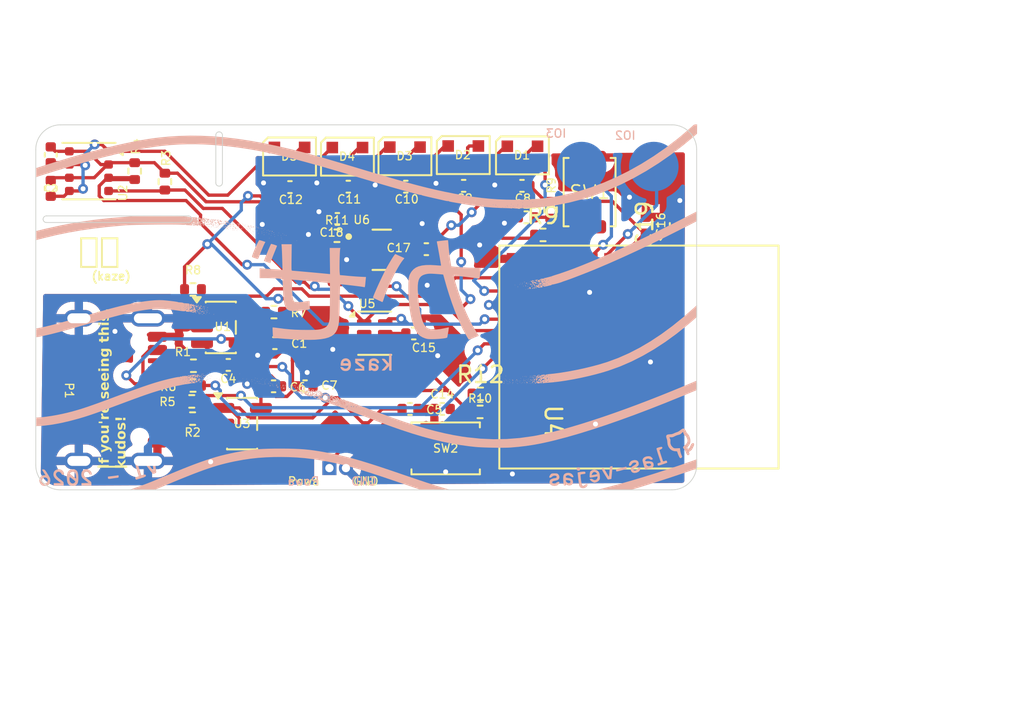
<source format=kicad_pcb>
(kicad_pcb (version 20241229) (generator "pcbnew") (generator_version "9.0")
  (layers (0 "F.Cu" signal) (2 "B.Cu" signal) (13 "F.Paste" user) (15 "B.Paste" user) (5 "F.SilkS" user "F.Silkscreen") (7 "B.SilkS" user "B.Silkscreen") (1 "F.Mask" user) (3 "B.Mask" user) (25 "Edge.Cuts" user))
  (net 0 "")
  (net 1 "+BATT")
  (net 2 "GND")
  (net 3 "+3V3")
  (net 4 "/STAT")
  (net 5 "+5V")
  (net 6 "/D-")
  (net 7 "Net-(P1-D-)")
  (net 8 "/D+")
  (net 9 "Net-(P1-D+)")
  (net 10 "Net-(P1-CC)")
  (net 11 "Net-(P1-VCONN)")
  (net 12 "Net-(D1-DOUT)")
  (net 13 "/LED")
  (net 14 "Net-(D2-DOUT)")
  (net 15 "Net-(D3-DOUT)")
  (net 16 "Net-(D4-DOUT)")
  (net 18 "Net-(U4-IO8)")
  (net 19 "Net-(U1-PROG)")
  (net 25 "/IO3")
  (net 30 "/IO2")
  (net 39 "/boot")
  (net 42 "/SDA")
  (net 43 "/SCL")
  (net 44 "Net-(U6-VDD)")
  (net 45 "/EN")
  (footprint "Capacitor_SMD:C_0402_1005Metric" (layer "F.Cu") (at 157.6096 82.931)
    (property "Reference" "C4")
    (property "Value" "4.7u")
  )
  (footprint "Capacitor_SMD:C_0402_1005Metric" (layer "F.Cu") (at 160.429 81.6102)
    (property "Reference" "C1")
    (property "Value" "4.7u")
  )
  (footprint "Resistor_SMD:R_0402_1005Metric" (layer "F.Cu") (at 172.847 85.7758)
    (property "Reference" "R10")
    (property "Value" "10k")
  )
  (footprint "Capacitor_SMD:C_0402_1005Metric" (layer "F.Cu") (at 160.3502 84.2264)
    (property "Reference" "C6")
    (property "Value" "10u")
  )
  (footprint "Resistor_SMD:R_0402_1005Metric" (layer "F.Cu") (at 155.448 86.1822)
    (property "Reference" "R2")
    (property "Value" "5.1k")
  )
  (footprint "Button_Switch_SMD:SW_Push_SPST_NO_Alps_SKRK" (layer "F.Cu") (at 179.4764 72.4662 -90)
    (property "Reference" "SW1")
    (property "Value" "SW_Push")
  )
  (footprint "LED_SMD:LED_WS2812B-2020_PLCC4_2.0x2.0mm" (layer "F.Cu") (at 175.4112 70.2388)
    (property "Reference" "D1")
    (property "Value" "WS2812B-2020")
  )
  (footprint "Resistor_SMD:R_0402_1005Metric" (layer "F.Cu") (at 155.4714 78.359)
    (property "Reference" "R8")
    (property "Value" "10k")
  )
  (footprint "LED_SMD:LED_WS2812B-2020_PLCC4_2.0x2.0mm" (layer "F.Cu") (at 171.8304 70.2222)
    (property "Reference" "D2")
    (property "Value" "WS2812B-2020")
  )
  (footprint "Capacitor_SMD:C_0402_1005Metric" (layer "F.Cu") (at 171.8538 72.0852 180)
    (property "Reference" "C9")
    (property "Value" "100nf")
  )
  (footprint "Resistor_SMD:R_0402_1005Metric" (layer "F.Cu") (at 151.9428 71.1942 90)
    (property "Reference" "R4")
    (property "Value" "4.7k")
  )
  (footprint "Capacitor_SMD:C_0402_1005Metric" (layer "F.Cu") (at 168.8338 81.026)
    (property "Reference" "C15")
    (property "Value" "1uF")
  )
  (footprint "Capacitor_SMD:C_0402_1005Metric" (layer "F.Cu") (at 182.88 74.4728 90)
    (property "Reference" "C16")
    (property "Value" "100nf")
  )
  (footprint "Connector_USB:USB_C_Receptacle_GCT_USB4105-xx-A_16P_TopMnt_Horizontal" (layer "F.Cu") (at 149.6396 84.4276 -90)
    (property "Reference" "P1")
    (property "Value" "USB_C_Plug_USB2.0")
  )
  (footprint "Resistor_SMD:R_0402_1005Metric" (layer "F.Cu") (at 153.7716 71.8292 90)
    (property "Reference" "R3")
    (property "Value" "4.7k")
  )
  (footprint "Package_TO_SOT_SMD:SOT-23-5" (layer "F.Cu") (at 158.4452 86.487)
    (property "Reference" "U3")
    (property "Value" "AP2112K-3.3")
  )
  (footprint "Package_TO_SOT_SMD:SOT-23-5" (layer "F.Cu") (at 157.1553 80.6602)
    (property "Reference" "U1")
    (property "Value" "MCP73831-2-OT")
  )
  (footprint "Resistor_SMD:R_0402_1005Metric" (layer "F.Cu") (at 155.4988 82.9818)
    (property "Reference" "R1")
    (property "Value" "5.1k")
  )
  (footprint "Capacitor_SMD:C_0402_1005Metric" (layer "F.Cu") (at 170.561 85.598 180)
    (property "Reference" "C14")
    (property "Value" "100nF")
  )
  (footprint "Capacitor_SMD:C_0402_1005Metric" (layer "F.Cu") (at 175.641 73.9902 180)
    (property "Reference" "C13")
    (property "Value" "1uF")
  )
  (footprint "Capacitor_SMD:C_0402_1005Metric" (layer "F.Cu") (at 169.5958 75.9206)
    (property "Reference" "C17")
    (property "Value" "1uF")
  )
  (footprint "RF_Module:ESP32-C6-MINI-1" (layer "F.Cu") (at 179.762 82.4546 -90)
    (property "Reference" "U4")
    (property "Value" "ESP32-C6-MINI-1")
  )
  (footprint "Resistor_SMD:R_0402_1005Metric" (layer "F.Cu") (at 155.3972 85.1408)
    (property "Reference" "R5")
    (property "Value" "22")
  )
  (footprint "LED_SMD:LED_WS2812B-2020_PLCC4_2.0x2.0mm" (layer "F.Cu") (at 164.8194 70.315)
    (property "Reference" "D4")
    (property "Value" "WS2812B-2020")
  )
  (footprint "Capacitor_SMD:C_0402_1005Metric" (layer "F.Cu") (at 175.3844 72.0852 180)
    (property "Reference" "C8")
    (property "Value" "100nf")
  )
  (footprint "LED_SMD:LED_WS2812B-2020_PLCC4_2.0x2.0mm" (layer "F.Cu") (at 168.2992 70.2896)
    (property "Reference" "D3")
    (property "Value" "WS2812B-2020")
  )
  (footprint "Resistor_SMD:R_0402_1005Metric" (layer "F.Cu") (at 160.3736 79.7306 180)
    (property "Reference" "R7")
    (property "Value" "2.4k")
  )
  (footprint "Capacitor_SMD:C_0402_1005Metric" (layer "F.Cu") (at 168.3512 72.136 180)
    (property "Reference" "C10")
    (property "Value" "100nf")
  )
  (footprint "LED_SMD:LED_WS2812B-2020_PLCC4_2.0x2.0mm" (layer "F.Cu") (at 161.3142 70.3072)
    (property "Reference" "D5")
    (property "Value" "WS2812B-2020")
  )
  (footprint "Connector_PinHeader_1.00mm:PinHeader_2x01_P1.00mm_Vertical" (layer "F.Cu") (at 163.7284 89.1794)
    (property "Reference" "J1" (hide yes))
    (property "Value" "Conn_01x02_Pin")
  )
  (footprint "Resistor_SMD:R_0402_1005Metric" (layer "F.Cu") (at 172.8724 84.6836)
    (property "Reference" "R12")
    (property "Value" "10k")
  )
  (footprint "Package_LGA:Bosch_LGA-8_3x3mm_P0.8mm_ClockwisePinNumbering" (layer "F.Cu") (at 149.1742 71.1942 -90)
    (property "Reference" "U2")
    (property "Value" "BME680")
  )
  (footprint "Resistor_SMD:R_0402_1005Metric" (layer "F.Cu") (at 164.1856 75.1078 180)
    (property "Reference" "R11")
    (property "Value" "4.7")
  )
  (footprint "Capacitor_SMD:C_0402_1005Metric" (layer "F.Cu") (at 168.6052 85.598)
    (property "Reference" "C5")
    (property "Value" "10uf")
  )
  (footprint "Resistor_SMD:R_0402_1005Metric" (layer "F.Cu") (at 155.4734 84.1756)
    (property "Reference" "R6")
    (property "Value" "22")
  )
  (footprint "Resistor_SMD:R_0402_1005Metric" (layer "F.Cu") (at 176.657 75.057)
    (property "Reference" "R9")
    (property "Value" "10k")
  )
  (footprint "Button_Switch_SMD:SW_Push_SPST_NO_Alps_SKRK" (layer "F.Cu") (at 170.7642 87.9856)
    (property "Reference" "SW2")
    (property "Value" "SW_Push")
  )
  (footprint "OptoDevice:AMS_TSL25911FN" (layer "F.Cu") (at 166.4691 81.011)
    (property "Reference" "U5")
    (property "Value" "TSL25911FN")
  )
  (footprint "Capacitor_SMD:C_0402_1005Metric" (layer "F.Cu") (at 164.211 74.0918 180)
    (property "Reference" "C18")
    (property "Value" "1uF")
  )
  (footprint "Capacitor_SMD:C_0402_1005Metric" (layer "F.Cu") (at 162.2552 84.2264)
    (property "Reference" "C7")
    (property "Value" "100n")
  )
  (footprint "Resistor_SMD:R_0402_1005Metric" (layer "F.Cu") (at 177.1142 73.533 -90)
    (property "Reference" "R9")
    (property "Value" "10k")
  )
  (footprint "Capacitor_SMD:C_0402_1005Metric" (layer "F.Cu") (at 183.9722 74.4448 90)
    (property "Reference" "C19")
    (property "Value" "22uf")
  )
  (footprint "Capacitor_SMD:C_0402_1005Metric" (layer "F.Cu") (at 164.8714 72.136 180)
    (property "Reference" "C11")
    (property "Value" "100nf")
  )
  (footprint "Capacitor_SMD:C_0402_1005Metric" (layer "F.Cu") (at 161.3408 72.1614 180)
    (property "Reference" "C12")
    (property "Value" "100nf")
  )
  (footprint "SGP40_D_R4:XCDR_SGP40-D-R4" (layer "F.Cu") (at 166.8964 75.9588)
    (property "Reference" "U6")
    (property "Value" "SGP40-D-R4")
  )
  (footprint "Capacitor_SMD:C_0402_1005Metric" (layer "F.Cu") (at 146.8628 72.2376 -90)
    (property "Reference" "C2")
    (property "Value" "100nf")
  )
  (footprint "Capacitor_SMD:C_0402_1005Metric" (layer "F.Cu") (at 146.8628 70.2056 -90)
    (property "Reference" "C3" (hide yes))
    (property "Value" "100nf")
  )
  (footprint "TestPoint:TestPoint_Pad_D3.0mm" (layer "B.Cu") (at 178.9938 70.9168 180)
    (property "Reference" "IO3")
    (property "Value" "TestPoint")
  )
  (footprint "TestPoint:TestPoint_Pad_D3.0mm" (layer "B.Cu") (at 183.3626 70.9168 180)
    (property "Reference" "IO2")
    (property "Value" "TestPoint")
  )
  (footprint "LOGO" (layer "B.Cu") (at 165.9636 79.4258 180)
    (property "Reference" "G***" (hide yes))
    (property "Value" "LOGO" (hide yes))
  )
  (gr_line (start 145.9563 88.998) (end 145.9563 69.8898) (stroke (width 0.05)) (layer "Edge.Cuts"))
  (gr_line (start 156.8522 71.904) (end 156.8522 69.0152) (stroke (width 0.05)) (layer "Edge.Cuts"))
  (gr_line (start 146.6014 73.9065) (end 155.2014 73.9065) (stroke (width 0.05)) (layer "Edge.Cuts"))
  (gr_line (start 185.9563 69.8898) (end 185.9563 88.998) (stroke (width 0.05)) (layer "Edge.Cuts"))
  (gr_arc (start 145.9563 69.8898) (mid 146.39564 68.82914) (end 147.4563 68.3898) (stroke (width 0.05)) (layer "Edge.Cuts"))
  (gr_arc (start 156.8522 69.0152) (mid 156.910779 68.873779) (end 157.0522 68.8152) (stroke (width 0.05)) (layer "Edge.Cuts"))
  (gr_arc (start 146.4014 74.1065) (mid 146.459979 73.965079) (end 146.6014 73.9065) (stroke (width 0.05)) (layer "Edge.Cuts"))
  (gr_arc (start 155.4014 74.1065) (mid 155.342821 74.247921) (end 155.2014 74.3065) (stroke (width 0.05)) (layer "Edge.Cuts"))
  (gr_arc (start 157.2522 71.904) (mid 157.193621 72.045421) (end 157.0522 72.104) (stroke (width 0.05)) (layer "Edge.Cuts"))
  (gr_line (start 184.4563 90.498) (end 147.4563 90.498) (stroke (width 0.05)) (layer "Edge.Cuts"))
  (gr_arc (start 147.4563 90.498) (mid 146.39564 90.05866) (end 145.9563 88.998) (stroke (width 0.05)) (layer "Edge.Cuts"))
  (gr_line (start 155.2014 74.3065) (end 146.6014 74.3065) (stroke (width 0.05)) (layer "Edge.Cuts"))
  (gr_arc (start 157.0522 68.8152) (mid 157.193621 68.873779) (end 157.2522 69.0152) (stroke (width 0.05)) (layer "Edge.Cuts"))
  (gr_arc (start 185.9563 88.998) (mid 185.51696 90.05866) (end 184.4563 90.498) (stroke (width 0.05)) (layer "Edge.Cuts"))
  (gr_arc (start 184.4563 68.3898) (mid 185.51696 68.82914) (end 185.9563 69.8898) (stroke (width 0.05)) (layer "Edge.Cuts"))
  (gr_arc (start 146.6014 74.3065) (mid 146.459979 74.247921) (end 146.4014 74.1065) (stroke (width 0.05)) (layer "Edge.Cuts"))
  (gr_line (start 147.4563 68.3898) (end 184.4563 68.3898) (stroke (width 0.05)) (layer "Edge.Cuts"))
  (gr_arc (start 155.2014 73.9065) (mid 155.342821 73.965079) (end 155.4014 74.1065) (stroke (width 0.05)) (layer "Edge.Cuts"))
  (gr_arc (start 157.0522 72.104) (mid 156.910779 72.045421) (end 156.8522 71.904) (stroke (width 0.05)) (layer "Edge.Cuts"))
  (gr_line (start 157.2522 69.0152) (end 157.2522 71.904) (stroke (width 0.05)) (layer "Edge.Cuts"))
  (gr_text "If you're seeing this, \nkudos!" (at 151.4856 89.2302 90) (layer "F.SilkS") (effects (font (size 0.6 0.6) (thickness 0.15) (bold yes)) (justify left bottom)))
  (gr_text "かぜ" (at 148.5392 76.9366 0) (layer "F.SilkS") (effects (font (size 1.5 1.5) (thickness 0.3) (bold yes)) (justify left bottom)))
  (gr_text "(kaze)" (at 149.2758 77.851 0) (layer "F.SilkS") (effects (font (size 0.5 0.5) (thickness 0.1) (bold yes)) (justify left bottom)))
  (segment (start 165.735 86.4362) (end 166.084 86.4362) (width 0.2) (layer "F.Cu") (net 1))
  (segment (start 163.9316 84.9218) (end 164.2206 84.9218) (width 0.2) (layer "F.Cu") (net 1))
  (segment (start 168.1252 85.598) (end 166.9222 85.598) (width 0.2) (layer "F.Cu") (net 1))
  (segment (start 157.7406 83.542) (end 158.4438 83.542) (width 0.2) (layer "F.Cu") (net 1))
  (segment (start 157.1296 82.931) (end 157.7406 83.542) (width 0.2) (layer "F.Cu") (net 1))
  (segment (start 157.662168 85.537) (end 158.2712 86.146032) (width 0.2) (layer "F.Cu") (net 1))
  (segment (start 163.7284 88.7918) (end 166.084 86.4362) (width 0.2) (layer "F.Cu") (net 1))
  (segment (start 163.7284 89.1794) (end 163.7284 88.7918) (width 0.2) (layer "F.Cu") (net 1))
  (segment (start 163.4744 84.9218) (end 163.9316 84.9218) (width 0.2) (layer "F.Cu") (net 1))
  (segment (start 157.970199 87.437) (end 157.3077 87.437) (width 0.2) (layer "F.Cu") (net 1))
  (segment (start 166.9222 85.598) (end 166.084 86.4362) (width 0.2) (layer "F.Cu") (net 1))
  (segment (start 164.2206 84.9218) (end 165.735 86.4362) (width 0.2) (layer "F.Cu") (net 1))
  (segment (start 158.4438 83.542) (end 158.9532 83.0326) (width 0.2) (layer "F.Cu") (net 1))
  (segment (start 158.9532 83.0326) (end 160.857204 83.0326) (width 0.2) (layer "F.Cu") (net 1))
  (segment (start 157.3077 85.537) (end 157.662168 85.537) (width 0.2) (layer "F.Cu") (net 1))
  (segment (start 157.1296 82.931) (end 157.1296 82.722) (width 0.2) (layer "F.Cu") (net 1))
  (segment (start 158.2712 86.146032) (end 158.2712 87.135999) (width 0.2) (layer "F.Cu") (net 1))
  (segment (start 158.278232 85.537) (end 158.879232 86.138) (width 0.2) (layer "F.Cu") (net 1))
  (segment (start 157.1296 82.722) (end 156.0178 81.6102) (width 0.2) (layer "F.Cu") (net 1))
  (segment (start 157.3077 85.537) (end 158.278232 85.537) (width 0.2) (layer "F.Cu") (net 1))
  (segment (start 158.2712 87.135999) (end 157.970199 87.437) (width 0.2) (layer "F.Cu") (net 1))
  (segment (start 162.7154 86.138) (end 163.9316 84.9218) (width 0.2) (layer "F.Cu") (net 1))
  (segment (start 158.879232 86.138) (end 162.7154 86.138) (width 0.2) (layer "F.Cu") (net 1))
  (segment (start 160.857204 83.0326) (end 160.874432 83.049828) (width 0.2) (layer "F.Cu") (net 1))
  (via (at 160.874432 83.049828) (size 0.6) (drill 0.3) (layers "F.Cu" "B.Cu") (net 1))
  (via (at 163.4744 84.9218) (size 0.6) (drill 0.3) (layers "F.Cu" "B.Cu") (net 1))
  (segment (start 162.052 84.9218) (end 161.349404 84.219204) (width 0.2) (layer "B.Cu") (net 1))
  (segment (start 161.349404 84.219204) (end 161.349404 83.5248) (width 0.2) (layer "B.Cu") (net 1))
  (segment (start 161.349404 83.5248) (end 160.874432 83.049828) (width 0.2) (layer "B.Cu") (net 1))
  (segment (start 163.4744 84.9218) (end 162.052 84.9218) (width 0.2) (layer "B.Cu") (net 1))
  (segment (start 167.6964 76.7588) (end 166.8964 75.9588) (width 0.2) (layer "F.Cu") (net 2))
  (segment (start 160.3992 70.8572) (end 160.3992 71.6998) (width 0.2) (layer "F.Cu") (net 2))
  (segment (start 155.958 88.2162) (end 156.5402 88.7984) (width 0.2) (layer "F.Cu") (net 2))
  (segment (start 162.3822 83.8734) (end 162.7352 84.2264) (width 0.2) (layer "F.Cu") (net 2))
  (segment (start 164.7698 76.1238) (end 164.9348 75.9588) (width 0.2) (layer "F.Cu") (net 2))
  (segment (start 155.958 86.1822) (end 155.958 88.2162) (width 0.2) (layer "F.Cu") (net 2))
  (segment (start 169.6466 78.105) (end 169.6466 77.6986) (width 0.2) (layer "F.Cu") (net 2))
  (segment (start 167.3842 71.649) (end 167.8712 72.136) (width 0.2) (layer "F.Cu") (net 2))
  (segment (start 150.3617 69.9942) (end 153.7717 69.9942) (width 0.2) (layer "F.Cu") (net 2))
  (segment (start 160.909 82.042) (end 160.909 81.6102) (width 0.2) (layer "F.Cu") (net 2))
  (segment (start 175.9524 79.2546) (end 175.9712 79.2734) (width 0.2) (layer "F.Cu") (net 2))
  (segment (start 174.4962 70.7888) (end 174.4962 71.677) (width 0.2) (layer "F.Cu") (net 2))
  (segment (start 159.2422 83.5914) (end 158.75 84.0836) (width 0.2) (layer "F.Cu") (net 2))
  (segment (start 160.909 79.756) (end 160.8836 79.7306) (width 0.2) (layer "F.Cu") (net 2))
  (segment (start 170.9154 70.7722) (end 170.9154 71.6268) (width 0.2) (layer "F.Cu") (net 2))
  (segment (start 149.946185 69.578685) (end 150.3617 69.9942) (width 0.2) (layer "F.Cu") (net 2))
  (segment (start 168.7068 76.7588) (end 168.0464 76.7588) (width 0.2) (layer "F.Cu") (net 2))
  (segment (start 174.862 79.2546) (end 173.4246 79.2546) (width 0.2) (layer "F.Cu") (net 2))
  (segment (start 154.2546 81.2276) (end 153.3196 81.2276) (width 0.2) (layer "F.Cu") (net 2))
  (segment (start 157.3077 86.487) (end 156.2628 86.487) (width 0.2) (layer "F.Cu") (net 2))
  (segment (start 148.8992 70.7942) (end 148.9456 70.8406) (width 0.2) (layer "F.Cu") (net 2))
  (segment (start 157.5762 72.6494) (end 159.3684 70.8572) (width 0.2) (layer "F.Cu") (net 2))
  (segment (start 159.3684 70.8572) (end 160.3992 70.8572) (width 0.2) (layer "F.Cu") (net 2))
  (segment (start 167.3842 70.8396) (end 167.3842 71.649) (width 0.2) (layer "F.Cu") (net 2))
  (segment (start 174.862 76.5546) (end 174.812 76.5046) (width 0.2) (layer "F.Cu") (net 2))
  (segment (start 148.6874 72.3942) (end 148.8186 72.263) (width 0.2) (layer "F.Cu") (net 2))
  (segment (start 163.535528 74.0918) (end 163.094128 73.6504) (width 0.2) (layer "F.Cu") (net 2))
  (segment (start 169.6466 77.6986) (end 168.7068 76.7588) (width 0.2) (layer "F.Cu") (net 2))
  (segment (start 153.7717 69.9942) (end 156.4269 72.6494) (width 0.2) (layer "F.Cu") (net 2))
  (segment (start 147.9867 70.7942) (end 148.8992 70.7942) (width 0.2) (layer "F.Cu") (net 2))
  (segment (start 175.762 77.2608) (end 176.2506 77.7494) (width 0.2) (layer "F.Cu") (net 2))
  (segment (start 159.4866 82.4484) (end 160.5026 82.4484) (width 0.2) (layer "F.Cu") (net 2))
  (segment (start 163.9044 71.649) (end 164.3914 72.136) (width 0.2) (layer "F.Cu") (net 2))
  (segment (start 175.762 76.5546) (end 174.862 76.5546) (width 0.2) (layer "F.Cu") (net 2))
  (segment (start 160.8302 84.2264) (end 160.1952 83.5914) (width 0.2) (layer "F.Cu") (net 2))
  (segment (start 156.2628 86.487) (end 155.958 86.1822) (width 0.2) (layer "F.Cu") (net 2))
  (segment (start 146.8628 70.6856) (end 147.8781 70.6856) (width 0.2) (layer "F.Cu") (net 2))
  (segment (start 174.812 89.5258) (end 174.8028 89.535) (width 0.2) (layer "F.Cu") (net 2))
  (segment (start 175.762 76.5546) (end 175.762 77.2608) (width 0.2) (layer "F.Cu") (net 2))
  (segment (start 149.521715 69.578685) (end 149.946185 69.578685) (width 0.2) (layer "F.Cu") (net 2))
  (segment (start 164.9348 75.9588) (end 165.7464 75.9588) (width 0.2) (layer "F.Cu") (net 2))
  (segment (start 165.7464 75.9588) (end 166.8964 75.9588) (width 0.2) (layer "F.Cu") (net 2))
  (segment (start 173.4246 79.2546) (end 173.3804 79.2988) (width 0.2) (layer "F.Cu") (net 2))
  (segment (start 170.9154 71.6268) (end 171.3738 72.0852) (width 0.2) (layer "F.Cu") (net 2))
  (segment (start 160.3992 71.6998) (end 160.8608 72.1614) (width 0.2) (layer "F.Cu") (net 2))
  (segment (start 174.862 79.2546) (end 175.9524 79.2546) (width 0.2) (layer "F.Cu") (net 2))
  (segment (start 159.385 82.3468) (end 159.4866 82.4484) (width 0.2) (layer "F.Cu") (net 2))
  (segment (start 163.9044 70.865) (end 163.9044 71.649) (width 0.2) (layer "F.Cu") (net 2))
  (segment (start 160.5026 82.4484) (end 160.909 82.042) (width 0.2) (layer "F.Cu") (net 2))
  (segment (start 156.4269 72.6494) (end 157.5762 72.6494) (width 0.2) (layer "F.Cu") (net 2))
  (segment (start 174.4962 71.677) (end 174.9044 72.0852) (width 0.2) (layer "F.Cu") (net 2))
  (segment (start 158.6738 82.3468) (end 159.385 82.3468) (width 0.2) (layer "F.Cu") (net 2))
  (segment (start 164.7698 76.5556) (end 164.7698 76.1238) (width 0.2) (layer "F.Cu") (net 2))
  (segment (start 175.161 73.9902) (end 174.6758 73.9902) (width 0.2) (layer "F.Cu") (net 2))
  (segment (start 147.9867 72.3942) (end 148.6874 72.3942) (width 0.2) (layer "F.Cu") (net 2))
  (segment (start 160.909 81.6102) (end 160.909 79.756) (width 0.2) (layer "F.Cu") (net 2))
  (segment (start 158.0896 82.931) (end 158.6738 82.3468) (width 0.2) (layer "F.Cu") (net 2))
  (segment (start 156.0088 82.9818) (end 154.2546 81.2276) (width 0.2) (layer "F.Cu") (net 2))
  (segment (start 162.3822 83.3882) (end 162.3822 83.8734) (width 0.2) (layer "F.Cu") (net 2))
  (segment (start 163.731 74.0918) (end 163.535528 74.0918) (width 0.2) (layer "F.Cu") (net 2))
  (segment (start 147.8781 70.6856) (end 147.9867 70.7942) (width 0.2) (layer "F.Cu") (net 2))
  (segment (start 174.812 88.4046) (end 174.812 89.5258) (width 0.2) (layer "F.Cu") (net 2))
  (segment (start 160.1952 83.5914) (end 159.2422 83.5914) (width 0.2) (layer "F.Cu") (net 2))
  (segment (start 146.8628 72.7176) (end 147.6633 72.7176) (width 0.2) (layer "F.Cu") (net 2))
  (segment (start 147.6633 72.7176) (end 147.9867 72.3942) (width 0.2) (layer "F.Cu") (net 2))
  (segment (start 168.0464 76.7588) (end 167.6964 76.7588) (width 0.2) (layer "F.Cu") (net 2))
  (segment (start 174.6758 73.9902) (end 174.3202 74.3458) (width 0.2) (layer "F.Cu") (net 2))
  (via (at 181.8894 72.771) (size 0.6) (drill 0.3) (layers "F.Cu" "B.Cu") (net 2))
  (via (at 170.7642 89.408) (size 0.6) (drill 0.3) (layers "F.Cu" "B.Cu") (net 2))
  (via (at 170.18 71.9328) (size 0.6) (drill 0.3) (layers "F.Cu" "B.Cu") (net 2))
  (via (at 158.75 84.0836) (size 0.6) (drill 0.3) (layers "F.Cu" "B.Cu") (net 2))
  (via (at 162.4584 75.0316) (size 0.6) (drill 0.3) (layers "F.Cu" "B.Cu") (net 2))
  (via (at 150.749 80.899) (size 0.6) (drill 0.3) (layers "F.Cu" "B.Cu") (net 2))
  (via (at 169.3418 74.3712) (size 0.6) (drill 0.3) (layers "F.Cu" "B.Cu") (net 2))
  (via (at 173.3804 79.2988) (size 0.6) (drill 0.3) (layers "F.Cu" "B.Cu") (net 2))
  (via (at 166.497 72.0344) (size 0.6) (drill 0.3) (layers "F.Cu" "B.Cu") (net 2))
  (via (at 159.385 82.3468) (size 0.6) (drill 0.3) (layers "F.Cu" "B.Cu") (net 2))
  (via (at 179.4764 78.5368) (size 0.6) (drill 0.3) (layers "F.Cu" "B.Cu") (net 2))
  (via (at 170.2816 82.3722) (size 0.6) (drill 0.3) (layers "F.Cu" "B.Cu") (net 2))
  (via (at 174.8028 89.535) (size 0.6) (drill 0.3) (layers "F.Cu" "B.Cu") (net 2))
  (via (at 163.9316 81.9912) (size 0.6) (drill 0.3) (layers "F.Cu" "B.Cu") (net 2))
  (via (at 163.094128 73.6504) (size 0.6) (drill 0.3) (layers "F.Cu" "B.Cu") (net 2))
  (via (at 183.1594 82.7532) (size 0.6) (drill 0.3) (layers "F.Cu" "B.Cu") (net 2))
  (via (at 159.6644 74.422) (size 0.6) (drill 0.3) (layers "F.Cu" "B.Cu") (net 2))
  (via (at 174.3202 74.3458) (size 0.6) (drill 0.3) (layers "F.Cu" "B.Cu") (net 2))
  (via (at 148.9456 70.8406) (size 0.6) (drill 0.3) (layers "F.Cu" "B.Cu") (net 2))
  (via (at 162.3822 83.3882) (size 0.6) (drill 0.3) (layers "F.Cu" "B.Cu") (net 2))
  (via (at 184.9374 72.9742) (size 0.6) (drill 0.3) (layers "F.Cu" "B.Cu") (net 2))
  (via (at 173.736 72.0344) (size 0.6) (drill 0.3) (layers "F.Cu" "B.Cu") (net 2))
  (via (at 149.521715 69.578685) (size 0.6) (drill 0.3) (layers "F.Cu" "B.Cu") (net 2))
  (via (at 162.9664 71.9074) (size 0.6) (drill 0.3) (layers "F.Cu" "B.Cu") (net 2))
  (via (at 179.832 86.5124) (size 0.6) (drill 0.3) (layers "F.Cu" "B.Cu") (net 2))
  (via (at 169.6466 78.105) (size 0.6) (drill 0.3) (layers "F.Cu" "B.Cu") (net 2))
  (via (at 156.5402 88.7984) (size 0.6) (drill 0.3) (layers "F.Cu" "B.Cu") (net 2))
  (via (at 159.7406 71.9074) (size 0.6) (drill 0.3) (layers "F.Cu" "B.Cu") (net 2))
  (via (at 172.8216 75.6666) (size 0.6) (drill 0.3) (layers "F.Cu" "B.Cu") (net 2))
  (via (at 148.8186 72.263) (size 0.6) (drill 0.3) (layers "F.Cu" "B.Cu") (net 2))
  (via (at 164.7698 76.5556) (size 0.6) (drill 0.3) (layers "F.Cu" "B.Cu") (net 2))
  (segment (start 148.9456 70.1548) (end 149.521715 69.578685) (width 0.2) (layer "B.Cu") (net 2))
  (segment (start 148.8186 72.263) (end 148.8186 70.9676) (width 0.2) (layer "B.Cu") (net 2))
  (segment (start 148.8186 70.9676) (end 148.9456 70.8406) (width 0.2) (layer "B.Cu") (net 2))
  (segment (start 159.385 83.4486) (end 158.75 84.0836) (width 0.2) (layer "B.Cu") (net 2))
  (segment (start 159.385 82.3468) (end 159.385 83.4486) (width 0.2) (layer "B.Cu") (net 2))
  (segment (start 148.9456 70.8406) (end 148.9456 70.1548) (width 0.2) (layer "B.Cu") (net 2))
  (segment (start 172.3624 84.6836) (end 172.3624 85.7504) (width 0.2) (layer "F.Cu") (net 3))
  (segment (start 172.3338 72.0852) (end 173.172 72.9234) (width 0.2) (layer "F.Cu") (net 3))
  (segment (start 175.0262 72.9234) (end 175.8644 72.0852) (width 0.2) (layer "F.Cu") (net 3))
  (segment (start 171.7228 72.6962) (end 172.3338 72.0852) (width 0.2) (layer "F.Cu") (net 3))
  (segment (start 169.1158 75.9206) (end 168.0846 75.9206) (width 0.2) (layer "F.Cu") (net 3))
  (segment (start 161.5782 71.9188) (end 161.8208 72.1614) (width 0.2) (layer "F.Cu") (net 3))
  (segment (start 165.0834 70.214) (end 165.0834 71.868) (width 0.2) (layer "F.Cu") (net 3))
  (segment (start 183.9442 74.9528) (end 183.9722 74.9248) (width 0.2) (layer "F.Cu") (net 3))
  (segment (start 161.4932 82.677) (end 161.49 82.6738) (width 0.2) (layer "F.Cu") (net 3))
  (segment (start 161.7752 84.2264) (end 161.4932 83.9444) (width 0.2) (layer "F.Cu") (net 3))
  (segment (start 159.5374 72.6948) (end 159.893 73.0504) (width 0.2) (layer "F.Cu") (net 3))
  (segment (start 172.7454 69.6722) (end 172.1954 69.6722) (width 0.2) (layer "F.Cu") (net 3))
  (segment (start 170.8912 84.4804) (end 164.5158 84.4804) (width 0.2) (layer "F.Cu") (net 3))
  (segment (start 161.8208 72.1614) (end 162.7098 73.0504) (width 0.2) (layer "F.Cu") (net 3))
  (segment (start 168.3538 81.943) (end 170.8912 84.4804) (width 0.2) (layer "F.Cu") (net 3))
  (segment (start 172.0944 71.8458) (end 172.3338 72.0852) (width 0.2) (layer "F.Cu") (net 3))
  (segment (start 168.5632 71.868) (end 168.8312 72.136) (width 0.2) (layer "F.Cu") (net 3))
  (segment (start 149.0887 69.9942) (end 149.8887 70.7942) (width 0.2) (layer "F.Cu") (net 3))
  (segment (start 161.49 79.3798) (end 161.49 82.6738) (width 0.2) (layer "F.Cu") (net 3))
  (segment (start 168.1454 72.8218) (end 168.8312 72.136) (width 0.2) (layer "F.Cu") (net 3))
  (segment (start 182.88 74.9528) (end 182.8266 74.9528) (width 0.2) (layer "F.Cu") (net 3))
  (segment (start 164.5158 84.4804) (end 162.7092 82.6738) (width 0.2) (layer "F.Cu") (net 3))
  (segment (start 173.7106 74.7776) (end 173.7106 73.773343) (width 0.2) (layer "F.Cu") (net 3))
  (segment (start 163.6756 75.1078) (end 163.6756 75.0804) (width 0.2) (layer "F.Cu") (net 3))
  (segment (start 168.8312 72.136) (end 169.3914 72.6962) (width 0.2) (layer "F.Cu") (net 3))
  (segment (start 147.1314 69.9942) (end 146.8628 69.7256) (width 0.2) (layer "F.Cu") (net 3))
  (segment (start 163.6756 75.0804) (end 161.6456 73.0504) (width 0.2) (layer "F.Cu") (net 3))
  (segment (start 172.0944 69.7732) (end 172.0944 71.8458) (width 0.2) (layer "F.Cu") (net 3))
  (segment (start 147.9867 71.5942) (end 147.0262 71.5942) (width 0.2) (layer "F.Cu") (net 3))
  (segment (start 175.6752 71.896) (end 175.8644 72.0852) (width 0.2) (layer "F.Cu") (net 3))
  (segment (start 156.2608 73.0504) (end 159.893 73.0504) (width 0.2) (layer "F.Cu") (net 3))
  (segment (start 158.8008 72.6948) (end 159.5374 72.6948) (width 0.2) (layer "F.Cu") (net 3))
  (segment (start 182.8266 74.9528) (end 182.162 75.6174) (width 0.2) (layer "F.Cu") (net 3))
  (segment (start 168.3538 81.026) (end 167.1216 81.026) (width 0.2) (layer "F.Cu") (net 3))
  (segment (start 161.5782 70.2062) (end 161.5782 71.9188) (width 0.2) (layer "F.Cu") (net 3))
  (segment (start 169.0122 69.7396) (end 168.5632 70.1886) (width 0.2) (layer "F.Cu") (net 3))
  (segment (start 161.032293 78.922093) (end 161.49 79.3798) (width 0.2) (layer "F.Cu") (net 3))
  (segment (start 174.1932 75.2602) (end 173.7106 74.7776) (width 0.2) (layer "F.Cu") (net 3))
  (segment (start 153.1366 70.6842) (end 153.7716 71.3192) (width 0.2) (layer "F.Cu") (net 3))
  (segment (start 162.7098 73.0504) (end 162.7632 73.0504) (width 0.2) (layer "F.Cu") (net 3))
  (segment (start 169.3914 72.6962) (end 171.7228 72.6962) (width 0.2) (layer "F.Cu") (net 3))
  (segment (start 172.1866 85.7758) (end 170.8912 84.4804) (width 0.2) (layer "F.Cu") (net 3))
  (segment (start 161.6456 73.0504) (end 162.7632 73.0504) (width 0.2) (layer "F.Cu") (net 3))
  (segment (start 159.5827 85.537) (end 159.5827 84.5139) (width 0.2) (layer "F.Cu") (net 3))
  (segment (start 168.3538 81.026) (end 168.3538 81.943) (width 0.2) (layer "F.Cu") (net 3))
  (segment (start 150.293282 70.7942) (end 150.3617 70.7942) (width 0.2) (layer "F.Cu") (net 3))
  (segment (start 176.8022 73.023) (end 177.1142 73.023) (width 0.2) (layer "F.Cu") (net 3))
  (segment (start 162.7092 82.6738) (end 161.49 82.6738) (width 0.2) (layer "F.Cu") (net 3))
  (segment (start 168.0846 75.9206) (end 168.0464 75.9588) (width 0.2) (layer "F.Cu") (net 3))
  (segment (start 147.9867 69.9942) (end 147.1314 69.9942) (width 0.2) (layer "F.Cu") (net 3))
  (segment (start 168.5632 70.1886) (end 168.5632 71.868) (width 0.2) (layer "F.Cu") (net 3))
  (segment (start 154.5296 71.3192) (end 156.2608 73.0504) (width 0.2) (layer "F.Cu") (net 3))
  (segment (start 159.5827 84.5139) (end 159.8702 84.2264) (width 0.2) (layer "F.Cu") (net 3))
  (segment (start 162.0272 69.7572) (end 161.5782 70.2062) (width 0.2) (layer "F.Cu") (net 3))
  (segment (start 174.371 72.9234) (end 174.5782 72.9234) (width 0.2) (layer "F.Cu") (net 3))
  (segment (start 173.172 72.9234) (end 175.0262 72.9234) (width 0.2) (layer "F.Cu") (net 3))
  (segment (start 159.8702 84.2264) (end 160.4812 84.8374) (width 0.2) (layer "F.Cu") (net 3))
  (segment (start 169.74925 75.3096) (end 169.54205 75.5168) (width 0.2) (layer "F.Cu") (net 3))
  (segment (start 149.493282 71.5942) (end 150.293282 70.7942) (width 0.2) (layer "F.Cu") (net 3))
  (segment (start 175.9438 75.2602) (end 174.1932 75.2602) (width 0.2) (layer "F.Cu") (net 3))
  (segment (start 176.1242 69.6888) (end 175.6752 70.1378) (width 0.2) (layer "F.Cu") (net 3))
  (segment (start 172.339 73.6854) (end 173.101 72.9234) (width 0.2) (layer "F.Cu") (net 3))
  (segment (start 161.4932 83.9444) (end 161.4932 82.677) (width 0.2) (layer "F.Cu") (net 3))
  (segment (start 169.2142 69.7396) (end 169.0122 69.7396) (width 0.2) (layer "F.Cu") (net 3))
  (segment (start 175.6752 70.1378) (end 175.6752 71.896) (width 0.2) (layer "F.Cu") (net 3))
  (segment (start 165.3514 72.136) (end 166.0372 72.8218) (width 0.2) (layer "F.Cu") (net 3))
  (segment (start 165.7344 69.765) (end 165.5324 69.765) (width 0.2) (layer "F.Cu") (net 3))
  (segment (start 151.9428 70.6842) (end 150.4717 70.6842) (width 0.2) (layer "F.Cu") (net 3))
  (segment (start 169.5196 75.5168) (end 169.1158 75.9206) (width 0.2) (layer "F.Cu") (net 3))
  (segment (start 154.9614 76.9914) (end 156.337 75.6158) (width 0.2) (layer "F.Cu") (net 3))
  (segment (start 167.1216 81.026) (end 167.1066 81.011) (width 0.2) (layer "F.Cu") (net 3))
  (segment (start 147.9867 69.9942) (end 149.0887 69.9942) (width 0.2) (layer "F.Cu") (net 3))
  (segment (start 173.7106 73.773343) (end 173.976343 73.5076) (width 0.2) (layer "F.Cu") (net 3))
  (segment (start 172.1954 69.6722) (end 172.0944 69.7732) (width 0.2) (layer "F.Cu") (net 3))
  (segment (start 173.976343 73.5076) (end 173.976343 73.318057) (width 0.2) (layer "F.Cu") (net 3))
  (segment (start 170.2672 75.3096) (end 169.74925 75.3096) (width 0.2) (layer "F.Cu") (net 3))
  (segment (start 161.1642 84.8374) (end 161.7752 84.2264) (width 0.2) (layer "F.Cu") (net 3))
  (segment (start 175.8644 72.0852) (end 176.8022 73.023) (width 0.2) (layer "F.Cu") (net 3))
  (segment (start 173.976343 73.318057) (end 174.371 72.9234) (width 0.2) (layer "F.Cu") (net 3))
  (segment (start 147.9867 71.5942) (end 149.493282 71.5942) (width 0.2) (layer "F.Cu") (net 3))
  (segment (start 168.0464 75.9588) (end 168.23426 75.9588) (width 0.2) (layer "F.Cu") (net 3))
  (segment (start 182.781 74.9528) (end 182.88 74.9528) (width 0.2) (layer "F.Cu") (net 3))
  (segment (start 182.88 74.9528) (end 183.9442 74.9528) (width 0.2) (layer "F.Cu") (net 3))
  (segment (start 172.3624 85.7504) (end 172.337 85.7758) (width 0.2) (layer "F.Cu") (net 3))
  (segment (start 154.9614 78.359) (end 154.9614 76.9914) (width 0.2) (layer "F.Cu") (net 3))
  (segment (start 164.437 73.0504) (end 165.3514 72.136) (width 0.2) (layer "F.Cu") (net 3))
  (segment (start 153.7716 71.3192) (end 154.5296 71.3192) (width 0.2) (layer "F.Cu") (net 3))
  (segment (start 159.893 73.0504) (end 161.6456 73.0504) (width 0.2) (layer "F.Cu") (net 3))
  (segment (start 151.9428 70.6842) (end 153.1366 70.6842) (width 0.2) (layer "F.Cu") (net 3))
  (segment (start 182.162 76.5546) (end 182.162 75.6174) (width 0.2) (layer "F.Cu") (net 3))
  (segment (start 165.0834 71.868) (end 165.3514 72.136) (width 0.2) (layer "F.Cu") (net 3))
  (segment (start 162.7632 73.0504) (end 164.437 73.0504) (width 0.2) (layer "F.Cu") (net 3))
  (segment (start 147.0262 71.5942) (end 146.8628 71.7576) (width 0.2) (layer "F.Cu") (net 3))
  (segment (start 160.628279 78.922093) (end 161.032293 78.922093) (width 0.2) (layer "F.Cu") (net 3))
  (segment (start 162.2292 69.7572) (end 162.0272 69.7572) (width 0.2) (layer "F.Cu") (net 3))
  (segment (start 150.4717 70.6842) (end 150.3617 70.7942) (width 0.2) (layer "F.Cu") (net 3))
  (segment (start 172.337 85.7758) (end 172.1866 85.7758) (width 0.2) (layer "F.Cu") (net 3))
  (segment (start 173.101 72.9234) (end 173.172 72.9234) (width 0.2) (layer "F.Cu") (net 3))
  (segment (start 160.4812 84.8374) (end 161.1642 84.8374) (width 0.2) (layer "F.Cu") (net 3))
  (segment (start 149.8887 70.7942) (end 150.3617 70.7942) (width 0.2) (layer "F.Cu") (net 3))
  (segment (start 176.147 75.057) (end 175.9438 75.2602) (width 0.2) (layer "F.Cu") (net 3))
  (segment (start 177.1142 73.023) (end 180.8512 73.023) (width 0.2) (layer "F.Cu") (net 3))
  (segment (start 176.3262 69.6888) (end 176.1242 69.6888) (width 0.2) (layer "F.Cu") (net 3))
  (segment (start 171.104 74.4728) (end 170.2672 75.3096) (width 0.2) (layer "F.Cu") (net 3))
  (segment (start 166.0372 72.8218) (end 168.1454 72.8218) (width 0.2) (layer "F.Cu") (net 3))
  (segment (start 165.5324 69.765) (end 165.0834 70.214) (width 0.2) (layer "F.Cu") (net 3))
  (segment (start 169.54205 75.5168) (end 169.5196 75.5168) (width 0.2) (layer "F.Cu") (net 3))
  (segment (start 180.8512 73.023) (end 182.781 74.9528) (width 0.2) (layer "F.Cu") (net 3))
  (via (at 158.8008 72.6948) (size 0.6) (drill 0.3) (layers "F.Cu" "B.Cu") (net 3))
  (via (at 171.104 74.4728) (size 0.6) (drill 0.3) (layers "F.Cu" "B.Cu") (net 3))
  (via (at 156.337 75.6158) (size 0.6) (drill 0.3) (layers "F.Cu" "B.Cu") (net 3))
  (via (at 160.628279 78.922093) (size 0.6) (drill 0.3) (layers "F.Cu" "B.Cu") (net 3))
  (via (at 172.339 73.6854) (size 0.6) (drill 0.3) (layers "F.Cu" "B.Cu") (net 3))
  (segment (start 160.628279 78.922093) (end 159.897293 78.922093) (width 0.2) (layer "B.Cu") (net 3))
  (segment (start 171.104 74.4728) (end 171.5516 74.4728) (width 0.2) (layer "B.Cu") (net 3))
  (segment (start 158.8008 72.6948) (end 158.3944 73.1012) (width 0.2) (layer "B.Cu") (net 3))
  (segment (start 158.3944 73.5584) (end 156.337 75.6158) (width 0.2) (layer "B.Cu") (net 3))
  (segment (start 159.897293 78.922093) (end 156.591 75.6158) (width 0.2) (layer "B.Cu") (net 3))
  (segment (start 158.3944 73.1012) (end 158.3944 73.5584) (width 0.2) (layer "B.Cu") (net 3))
  (segment (start 171.5516 74.4728) (end 172.339 73.6854) (width 0.2) (layer "B.Cu") (net 3))
  (segment (start 156.591 75.6158) (end 156.337 75.6158) (width 0.2) (layer "B.Cu") (net 3))
  (segment (start 174.862 77.6546) (end 171.3416 77.6546) (width 0.2) (layer "F.Cu") (net 4))
  (segment (start 162.5006 78.7654) (end 162.056293 78.321093) (width 0.2) (layer "F.Cu") (net 4))
  (segment (start 170.2308 78.7654) (end 162.5006 78.7654) (width 0.2) (layer "F.Cu") (net 4))
  (segment (start 155.9814 78.359) (end 155.9814 79.6738) (width 0.2) (layer "F.Cu") (net 4))
  (segment (start 160.379336 78.321093) (end 159.935029 78.7654) (width 0.2) (layer "F.Cu") (net 4))
  (segment (start 162.056293 78.321093) (end 160.379336 78.321093) (width 0.2) (layer "F.Cu") (net 4))
  (segment (start 159.935029 78.7654) (end 156.9626 78.7654) (width 0.2) (layer "F.Cu") (net 4))
  (segment (start 156.9626 78.7654) (end 156.0178 79.7102) (width 0.2) (layer "F.Cu") (net 4))
  (segment (start 155.9814 79.6738) (end 156.0178 79.7102) (width 0.2) (layer "F.Cu") (net 4))
  (segment (start 171.3416 77.6546) (end 170.2308 78.7654) (width 0.2) (layer "F.Cu") (net 4))
  (segment (start 152.4436 84.074) (end 152.4436 86.526599) (width 0.2) (layer "F.Cu") (net 5))
  (segment (start 159.949 81.6102) (end 158.2928 81.6102) (width 0.2) (layer "F.Cu") (net 5))
  (segment (start 152.744601 86.8276) (end 153.3196 86.8276) (width 0.2) (layer "F.Cu") (net 5))
  (segment (start 153.3196 82.0276) (end 152.8462 82.0276) (width 0.2) (layer "F.Cu") (net 5))
  (segment (start 152.8462 82.0276) (end 152.4436 82.4302) (width 0.2) (layer "F.Cu") (net 5))
  (segment (start 157.1752 81.3562) (end 158.0388 81.3562) (width 0.2) (layer "F.Cu") (net 5))
  (segment (start 152.4436 82.4302) (end 152.4436 84.074) (width 0.2) (layer "F.Cu") (net 5))
  (segment (start 158.0388 81.3562) (end 158.2928 81.6102) (width 0.2) (layer "F.Cu") (net 5))
  (segment (start 151.9428 84.074) (end 151.4348 83.566) (width 0.2) (layer "F.Cu") (net 5))
  (segment (start 152.4436 86.526599) (end 152.744601 86.8276) (width 0.2) (layer "F.Cu") (net 5))
  (segment (start 152.4436 84.074) (end 151.9428 84.074) (width 0.2) (layer "F.Cu") (net 5))
  (via (at 151.4348 83.566) (size 0.6) (drill 0.3) (layers "F.Cu" "B.Cu") (net 5))
  (via (at 157.1752 81.3562) (size 0.6) (drill 0.3) (layers "F.Cu" "B.Cu") (net 5))
  (segment (start 151.4348 83.566) (end 153.6446 81.3562) (width 0.2) (layer "B.Cu") (net 5))
  (segment (start 153.6446 81.3562) (end 157.1752 81.3562) (width 0.2) (layer "B.Cu") (net 5))
  (segment (start 156.258538 84.789462) (end 158.373486 84.789462) (width 0.2) (layer "F.Cu") (net 6))
  (segment (start 173.100552 81.6546) (end 174.862 81.6546) (width 0.2) (layer "F.Cu") (net 6))
  (segment (start 155.9072 85.1408) (end 156.258538 84.789462) (width 0.2) (layer "F.Cu") (net 6))
  (segment (start 172.703599 82.051553) (end 173.100552 81.6546) (width 0.2) (layer "F.Cu") (net 6))
  (via (at 158.373486 84.789462) (size 0.6) (drill 0.3) (layers "F.Cu" "B.Cu") (net 6))
  (via (at 172.703599 82.051553) (size 0.6) (drill 0.3) (layers "F.Cu" "B.Cu") (net 6))
  (segment (start 159.105824 85.5218) (end 169.233352 85.5218) (width 0.2) (layer "B.Cu") (net 6))
  (segment (start 158.373486 84.789462) (end 159.105824 85.5218) (width 0.2) (layer "B.Cu") (net 6))
  (segment (start 169.233352 85.5218) (end 172.703599 82.051553) (width 0.2) (layer "B.Cu") (net 6))
  (segment (start 154.8872 85.1408) (end 154.424 84.6776) (width 0.2) (layer "F.Cu") (net 7))
  (segment (start 154.424 84.6776) (end 153.3196 84.6776) (width 0.2) (layer "F.Cu") (net 7))
  (segment (start 156.8196 84.1756) (end 155.9834 84.1756) (width 0.2) (layer "F.Cu") (net 8))
  (segment (start 174.862 82.4546) (end 173.7044 82.4546) (width 0.2) (layer "F.Cu") (net 8))
  (segment (start 172.9994 83.1596) (end 173.7044 82.4546) (width 0.2) (layer "F.Cu") (net 8))
  (via (at 172.9994 83.1596) (size 0.6) (drill 0.3) (layers "F.Cu" "B.Cu") (net 8))
  (via (at 156.8196 84.1756) (size 0.6) (drill 0.3) (layers "F.Cu" "B.Cu") (net 8))
  (segment (start 156.8196 84.1756) (end 157.1244 84.4804) (width 0.2) (layer "B.Cu") (net 8))
  (segment (start 157.1244 84.4804) (end 157.1244 84.8951) (width 0.2) (layer "B.Cu") (net 8))
  (segment (start 170.2362 85.9228) (end 172.9994 83.1596) (width 0.2) (layer "B.Cu") (net 8))
  (segment (start 158.1521 85.9228) (end 169.5704 85.9228) (width 0.2) (layer "B.Cu") (net 8))
  (segment (start 169.5704 85.9228) (end 169.9314 85.9228) (width 0.2) (layer "B.Cu") (net 8))
  (segment (start 157.1244 84.8951) (end 158.1521 85.9228) (width 0.2) (layer "B.Cu") (net 8))
  (segment (start 169.9314 85.9228) (end 170.0022 85.852) (width 0.2) (layer "B.Cu") (net 8))
  (segment (start 169.5704 85.9228) (end 170.2362 85.9228) (width 0.2) (layer "B.Cu") (net 8))
  (segment (start 153.3196 84.1776) (end 154.9614 84.1776) (width 0.2) (layer "F.Cu") (net 9))
  (segment (start 154.9614 84.1776) (end 154.9634 84.1756) (width 0.2) (layer "F.Cu") (net 9))
  (segment (start 154.793 83.1776) (end 153.3196 83.1776) (width 0.2) (layer "F.Cu") (net 10))
  (segment (start 154.9888 82.9818) (end 154.793 83.1776) (width 0.2) (layer "F.Cu") (net 10))
  (segment (start 154.938 86.1822) (end 153.3242 86.1822) (width 0.2) (layer "F.Cu") (net 11))
  (segment (start 153.3242 86.1822) (end 153.3196 86.1776) (width 0.2) (layer "F.Cu") (net 11))
  (segment (start 172.7454 70.7722) (end 173.2954 70.7722) (width 0.2) (layer "F.Cu") (net 12))
  (segment (start 173.2954 70.7722) (end 174.3788 69.6888) (width 0.2) (layer "F.Cu") (net 12))
  (segment (start 174.3788 69.6888) (end 174.4962 69.6888) (width 0.2) (layer "F.Cu") (net 12))
  (segment (start 176.784 71.2466) (end 176.3262 70.7888) (width 0.2) (layer "F.Cu") (net 13))
  (segment (start 173.101 78.4546) (end 174.862 78.4546) (width 0.2) (layer "F.Cu") (net 13))
  (segment (start 176.784 72.0344) (end 176.784 71.2466) (width 0.2) (layer "F.Cu") (net 13))
  (via (at 176.784 72.0344) (size 0.6) (drill 0.3) (layers "F.Cu" "B.Cu") (net 13))
  (via (at 173.101 78.4546) (size 0.6) (drill 0.3) (layers "F.Cu" "B.Cu") (net 13))
  (segment (start 172.472 77.8196) (end 176.784 73.5076) (width 0.2) (layer "B.Cu") (net 13))
  (segment (start 176.784 73.5076) (end 176.784 72.0344) (width 0.2) (layer "B.Cu") (net 13))
  (segment (start 172.466 77.8196) (end 172.472 77.8196) (width 0.2) (layer "B.Cu") (net 13))
  (segment (start 173.101 78.4546) (end 172.466 77.8196) (width 0.2) (layer "B.Cu") (net 13))
  (segment (start 169.2142 70.8396) (end 169.546 70.8396) (width 0.2) (layer "F.Cu") (net 14))
  (segment (start 170.7134 69.6722) (end 170.9154 69.6722) (width 0.2) (layer "F.Cu") (net 14))
  (segment (start 169.546 70.8396) (end 170.7134 69.6722) (width 0.2) (layer "F.Cu") (net 14))
  (segment (start 167.1822 69.7396) (end 167.3842 69.7396) (width 0.2) (layer "F.Cu") (net 15))
  (segment (start 165.7344 70.865) (end 166.0568 70.865) (width 0.2) (layer "F.Cu") (net 15))
  (segment (start 166.0568 70.865) (end 167.1822 69.7396) (width 0.2) (layer "F.Cu") (net 15))
  (segment (start 163.8714 69.765) (end 163.9044 69.765) (width 0.2) (layer "F.Cu") (net 16))
  (segment (start 162.2292 70.8572) (end 162.7792 70.8572) (width 0.2) (layer "F.Cu") (net 16))
  (segment (start 162.7792 70.8572) (end 163.8714 69.765) (width 0.2) (layer "F.Cu") (net 16))
  (segment (start 174.3534 85.6546) (end 174.862 85.6546) (width 0.2) (layer "F.Cu") (net 18))
  (segment (start 173.3824 84.6836) (end 174.3534 85.6546) (width 0.2) (layer "F.Cu") (net 18))
  (segment (start 159.8432 79.7102) (end 159.8636 79.7306) (width 0.2) (layer "F.Cu") (net 19))
  (segment (start 158.2928 79.7102) (end 159.8432 79.7102) (width 0.2) (layer "F.Cu") (net 19))
  (segment (start 179.762 76.5546) (end 179.762 76.18347) (width 0.2) (layer "F.Cu") (net 25))
  (segment (start 179.762 76.18347) (end 180.293588 75.651882) (width 0.2) (layer "F.Cu") (net 25))
  (via (at 180.293588 75.651882) (size 0.6) (drill 0.3) (layers "F.Cu" "B.Cu") (net 25))
  (segment (start 180.7948 72.7178) (end 178.9938 70.9168) (width 0.2) (layer "B.Cu") (net 25))
  (segment (start 180.293588 75.651882) (end 180.7948 75.15067) (width 0.2) (layer "B.Cu") (net 25))
  (segment (start 180.7948 75.15067) (end 180.7948 72.7178) (width 0.2) (layer "B.Cu") (net 25))
  (segment (start 180.562 76.232) (end 181.7878 75.0062) (width 0.2) (layer "F.Cu") (net 30))
  (segment (start 180.562 76.5546) (end 180.562 76.232) (width 0.2) (layer "F.Cu") (net 30))
  (via (at 181.7878 75.0062) (size 0.6) (drill 0.3) (layers "F.Cu" "B.Cu") (net 30))
  (segment (start 182.1561 74.6379) (end 183.5318 73.2622) (width 0.2) (layer "B.Cu") (net 30))
  (segment (start 183.5318 73.2622) (end 183.5318 71.086) (width 0.2) (layer "B.Cu") (net 30))
  (segment (start 183.5318 71.086) (end 183.3626 70.9168) (width 0.2) (layer "B.Cu") (net 30))
  (segment (start 182.1561 74.6379) (end 183.4642 73.3298) (width 0.2) (layer "B.Cu") (net 30))
  (segment (start 181.7878 75.0062) (end 182.1561 74.6379) (width 0.2) (layer "B.Cu") (net 30))
  (segment (start 172.736 86.3968) (end 172.8642 86.525) (width 0.2) (layer "F.Cu") (net 39))
  (segment (start 171.041 85.598) (end 171.041 85.725) (width 0.2) (layer "F.Cu") (net 39))
  (segment (start 173.357 85.7758) (end 174.0358 86.4546) (width 0.2) (layer "F.Cu") (net 39))
  (segment (start 172.8642 86.525) (end 172.8642 87.9856) (width 0.2) (layer "F.Cu") (net 39))
  (segment (start 171.041 85.725) (end 171.7128 86.3968) (width 0.2) (layer "F.Cu") (net 39))
  (segment (start 172.736 86.3968) (end 173.357 85.7758) (width 0.2) (layer "F.Cu") (net 39))
  (segment (start 174.3952 86.4546) (end 174.862 86.4546) (width 0.2) (layer "F.Cu") (net 39))
  (segment (start 172.8642 87.9856) (end 174.3952 86.4546) (width 0.2) (layer "F.Cu") (net 39))
  (segment (start 174.0358 86.4546) (end 174.862 86.4546) (width 0.2) (layer "F.Cu") (net 39))
  (segment (start 171.7128 86.3968) (end 172.736 86.3968) (width 0.2) (layer "F.Cu") (net 39))
  (segment (start 158.75 76.8604) (end 158.4452 76.8604) (width 0.2) (layer "F.Cu") (net 42))
  (segment (start 158.4452 76.8604) (end 155.9286 74.3438) (width 0.2) (layer "F.Cu") (net 42))
  (segment (start 168.0718 80.137) (end 167.3306 80.137) (width 0.2) (layer "F.Cu") (net 42))
  (segment (start 173.1264 80.1624) (end 174.7542 80.1624) (width 0.2) (layer "F.Cu") (net 42))
  (segment (start 167.3306 80.137) (end 167.1066 80.361) (width 0.2) (layer "F.Cu") (net 42))
  (segment (start 155.9286 73.8524) (end 155.0504 72.9742) (width 0.2) (layer "F.Cu") (net 42))
  (segment (start 149.7982 72.699118) (end 149.7982 72.089282) (width 0.2) (layer "F.Cu") (net 42))
  (segment (start 150.3617 71.5942) (end 150.293282 71.5942) (width 0.2) (layer "F.Cu") (net 42))
  (segment (start 150.183282 71.7042) (end 151.9428 71.7042) (width 0.2) (layer "F.Cu") (net 42))
  (segment (start 155.9286 74.3438) (end 155.9286 73.8524) (width 0.2) (layer "F.Cu") (net 42))
  (segment (start 151.8328 71.5942) (end 151.9428 71.7042) (width 0.2) (layer "F.Cu") (net 42))
  (segment (start 150.073282 72.9742) (end 149.7982 72.699118) (width 0.2) (layer "F.Cu") (net 42))
  (segment (start 167.153 78.1654) (end 167.7924 78.1654) (width 0.2) (layer "F.Cu") (net 42))
  (segment (start 149.7982 72.089282) (end 150.183282 71.7042) (width 0.2) (layer "F.Cu") (net 42))
  (segment (start 174.7542 80.1624) (end 174.862 80.0546) (width 0.2) (layer "F.Cu") (net 42))
  (segment (start 155.0504 72.9742) (end 150.073282 72.9742) (width 0.2) (layer "F.Cu") (net 42))
  (segment (start 150.3617 71.5942) (end 151.8328 71.5942) (width 0.2) (layer "F.Cu") (net 42))
  (segment (start 165.7464 76.7588) (end 167.153 78.1654) (width 0.2) (layer "F.Cu") (net 42))
  (via (at 168.0718 80.137) (size 0.6) (drill 0.3) (layers "F.Cu" "B.Cu") (net 42))
  (via (at 158.75 76.8604) (size 0.6) (drill 0.3) (layers "F.Cu" "B.Cu") (net 42))
  (via (at 173.1264 80.1624) (size 0.6) (drill 0.3) (layers "F.Cu" "B.Cu") (net 42))
  (via (at 167.7924 78.1654) (size 0.6) (drill 0.3) (layers "F.Cu" "B.Cu") (net 42))
  (segment (start 168.1878 80.137) (end 168.5108 80.46) (width 0.2) (layer "B.Cu") (net 42))
  (segment (start 172.8288 80.46) (end 173.1264 80.1624) (width 0.2) (layer "B.Cu") (net 42))
  (segment (start 163.3656 80.46) (end 168.5108 80.46) (width 0.2) (layer "B.Cu") (net 42))
  (segment (start 168.0718 80.137) (end 168.1878 80.137) (width 0.2) (layer "B.Cu") (net 42))
  (segment (start 167.7924 78.1654) (end 169.1894 79.5624) (width 0.2) (layer "B.Cu") (net 42))
  (segment (start 159.766 76.8604) (end 163.3656 80.46) (width 0.2) (layer "B.Cu") (net 42))
  (segment (start 169.1894 79.5624) (end 169.1894 80.46) (width 0.2) (layer "B.Cu") (net 42))
  (segment (start 169.1894 80.46) (end 172.8288 80.46) (width 0.2) (layer "B.Cu") (net 42))
  (segment (start 158.75 76.8604) (end 159.766 76.8604) (width 0.2) (layer "B.Cu") (net 42))
  (segment (start 168.5108 80.46) (end 169.1894 80.46) (width 0.2) (layer "B.Cu") (net 42))
  (segment (start 162.8394 78.178965) (end 162.769565 78.2488) (width 0.2) (layer "F.Cu") (net 43))
  (segment (start 162.5511 78.2488) (end 162.222393 77.920093) (width 0.2) (layer "F.Cu") (net 43))
  (segment (start 171.704 73.8378) (end 171.704 76.6826) (width 0.2) (layer "F.Cu") (net 43))
  (segment (start 150.3617 72.3942) (end 153.7166 72.3942) (width 0.2) (layer "F.Cu") (net 43))
  (segment (start 168.0464 73.9648) (end 168.656 73.3552) (width 0.2) (layer "F.Cu") (net 43))
  (segment (start 162.222393 77.920093) (end 161.714693 77.920093) (width 0.2) (layer "F.Cu") (net 43))
  (segment (start 171.704 79.502) (end 171.704 80.2386) (width 0.2) (layer "F.Cu") (net 43))
  (segment (start 168.656 73.3552) (end 171.2214 73.3552) (width 0.2) (layer "F.Cu") (net 43))
  (segment (start 154.9825 72.3392) (end 153.7716 72.3392) (width 0.2) (layer "F.Cu") (net 43))
  (segment (start 164.8714 79.4008) (end 165.8316 80.361) (width 0.2) (layer "F.Cu") (net 43))
  (segment (start 162.8394 78.1654) (end 162.8394 78.178965) (width 0.2) (layer "F.Cu") (net 43))
  (segment (start 170.7388 79.2734) (end 171.704 80.2386) (width 0.2) (layer "F.Cu") (net 43))
  (segment (start 156.0947 73.4514) (end 154.9825 72.3392) (width 0.2) (layer "F.Cu") (net 43))
  (segment (start 162.769565 78.2488) (end 162.5511 78.2488) (width 0.2) (layer "F.Cu") (net 43))
  (segment (start 164.8714 79.3654) (end 164.8714 79.4008) (width 0.2) (layer "F.Cu") (net 43))
  (segment (start 171.704 80.2386) (end 172.32 80.8546) (width 0.2) (layer "F.Cu") (net 43))
  (segment (start 172.32 80.8546) (end 174.862 80.8546) (width 0.2) (layer "F.Cu") (net 43))
  (segment (start 165.8316 80.361) (end 166.9192 79.2734) (width 0.2) (layer "F.Cu") (net 43))
  (segment (start 157.246 73.4514) (end 156.0947 73.4514) (width 0.2) (layer "F.Cu") (net 43))
  (segment (start 172.2628 78.9432) (end 171.704 79.502) (width 0.2) (layer "F.Cu") (net 43))
  (segment (start 168.0464 75.1588) (end 168.0464 73.9648) (width 0.2) (layer "F.Cu") (net 43))
  (segment (start 171.2214 73.3552) (end 171.704 73.8378) (width 0.2) (layer "F.Cu") (net 43))
  (segment (start 153.7166 72.3942) (end 153.7716 72.3392) (width 0.2) (layer "F.Cu") (net 43))
  (segment (start 161.714693 77.920093) (end 157.246 73.4514) (width 0.2) (layer "F.Cu") (net 43))
  (segment (start 166.9192 79.2734) (end 170.7388 79.2734) (width 0.2) (layer "F.Cu") (net 43))
  (via (at 171.704 76.6826) (size 0.6) (drill 0.3) (layers "F.Cu" "B.Cu") (net 43))
  (via (at 172.2628 78.9432) (size 0.6) (drill 0.3) (layers "F.Cu" "B.Cu") (net 43))
  (via (at 164.8714 79.3654) (size 0.6) (drill 0.3) (layers "F.Cu" "B.Cu") (net 43))
  (via (at 162.8394 78.1654) (size 0.6) (drill 0.3) (layers "F.Cu" "B.Cu") (net 43))
  (segment (start 171.704 76.6826) (end 171.704 78.3844) (width 0.2) (layer "B.Cu") (net 43))
  (segment (start 171.704 78.3844) (end 172.2628 78.9432) (width 0.2) (layer "B.Cu") (net 43))
  (segment (start 163.037358 78.349793) (end 163.855793 78.349793) (width 0.2) (layer "B.Cu") (net 43))
  (segment (start 162.8394 78.1654) (end 162.852965 78.1654) (width 0.2) (layer "B.Cu") (net 43))
  (segment (start 162.852965 78.1654) (end 163.037358 78.349793) (width 0.2) (layer "B.Cu") (net 43))
  (segment (start 163.855793 78.349793) (end 164.8714 79.3654) (width 0.2) (layer "B.Cu") (net 43))
  (segment (start 165.7464 75.1588) (end 164.7466 75.1588) (width 0.2) (layer "F.Cu") (net 44))
  (segment (start 164.691 75.1032) (end 164.6956 75.1078) (width 0.2) (layer "F.Cu") (net 44))
  (segment (start 164.691 74.0918) (end 164.691 75.1032) (width 0.2) (layer "F.Cu") (net 44))
  (segment (start 164.7466 75.1588) (end 164.6956 75.1078) (width 0.2) (layer "F.Cu") (net 44))
  (segment (start 178.162 76.5546) (end 178.162 75.8806) (width 0.2) (layer "F.Cu") (net 45))
  (segment (start 178.162 75.8806) (end 179.4764 74.5662) (width 0.2) (layer "F.Cu") (net 45))
  (segment (start 178.162 76.052) (end 178.162 76.5546) (width 0.2) (layer "F.Cu") (net 45))
  (segment (start 176.121 73.9902) (end 177.0614 73.9902) (width 0.2) (layer "F.Cu") (net 45))
  (segment (start 177.1142 75.0042) (end 177.167 75.057) (width 0.2) (layer "F.Cu") (net 45))
  (segment (start 179.2376 74.805) (end 179.4764 74.5662) (width 0.2) (layer "F.Cu") (net 45))
  (segment (start 177.0614 73.9902) (end 177.1142 74.043) (width 0.2) (layer "F.Cu") (net 45))
  (segment (start 177.1142 74.043) (end 177.1142 75.0042) (width 0.2) (layer "F.Cu") (net 45))
  (segment (start 177.167 75.057) (end 178.162 76.052) (width 0.2) (layer "F.Cu") (net 45))
  (zone (net 2) (net_name "GND") (layers "F.Cu" "B.Cu") (connect_pads (clearance 0.5)) (min_thickness 0.25) (fill yes (thermal_gap 0.5) (thermal_bridge_width 0.5))
    (polygon (pts (xy 185.2422 70.0532) (xy 185.2082 90.0754) (xy 146.2532 90.2462) (xy 146.4056 78.6384) (xy 159.258 78.6384) (xy 159.258 70.2818)))
  )
)
</source>
